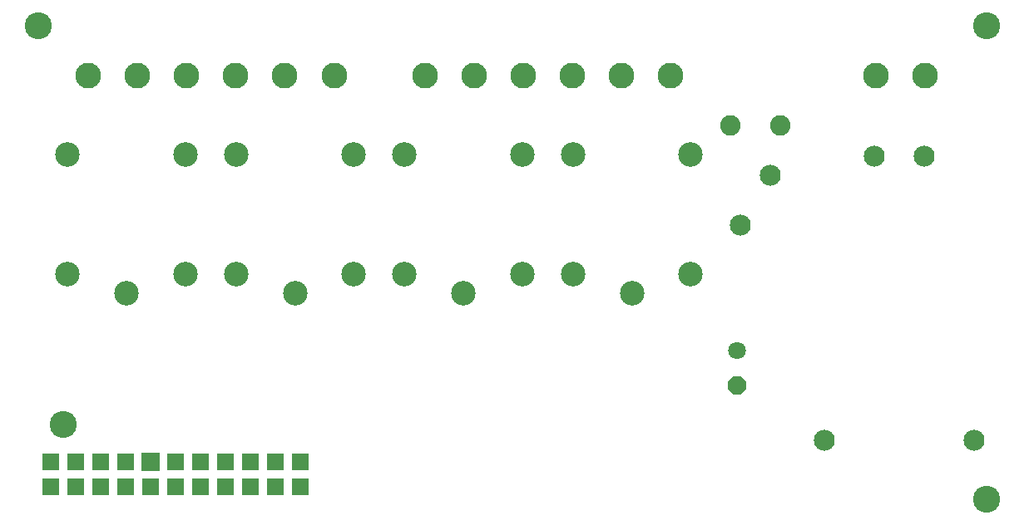
<source format=gbs>
G04 EAGLE Gerber RS-274X export*
G75*
%MOMM*%
%FSLAX34Y34*%
%LPD*%
%INbottom_mask*%
%IPPOS*%
%AMOC8*
5,1,8,0,0,1.08239X$1,22.5*%
G01*
%ADD10C,2.743200*%
%ADD11R,1.727200X1.727200*%
%ADD12R,1.879600X1.879600*%
%ADD13C,2.133600*%
%ADD14C,2.503200*%
%ADD15C,2.082800*%
%ADD16P,1.951982X8X292.500000*%
%ADD17C,1.803400*%
%ADD18C,2.616200*%


D10*
X50800Y101600D03*
X25400Y508000D03*
X990600Y508000D03*
X990600Y25400D03*
D11*
X38100Y38100D03*
X38100Y63500D03*
X63500Y38100D03*
X63500Y63500D03*
X88900Y38100D03*
X88900Y63500D03*
X114300Y38100D03*
X114300Y63500D03*
X139700Y38100D03*
D12*
X139700Y63500D03*
D11*
X165100Y38100D03*
X165100Y63500D03*
X190500Y38100D03*
X190500Y63500D03*
X215900Y38100D03*
X215900Y63500D03*
X241300Y38100D03*
X241300Y63500D03*
X266700Y38100D03*
X266700Y63500D03*
X292100Y38100D03*
X292100Y63500D03*
D13*
X927100Y374650D03*
X876300Y374650D03*
X977900Y85450D03*
X825500Y85450D03*
D14*
X175570Y376960D03*
X55570Y254960D03*
X115570Y234960D03*
X55570Y376960D03*
X175570Y254960D03*
X347020Y376960D03*
X227020Y254960D03*
X287020Y234960D03*
X227020Y376960D03*
X347020Y254960D03*
X518470Y376960D03*
X398470Y254960D03*
X458470Y234960D03*
X398470Y376960D03*
X518470Y254960D03*
X689920Y376960D03*
X569920Y254960D03*
X629920Y234960D03*
X569920Y376960D03*
X689920Y254960D03*
D13*
X770890Y355600D03*
X740410Y304800D03*
D15*
X781050Y406400D03*
X730250Y406400D03*
D16*
X736600Y140970D03*
D17*
X736600Y176530D03*
D18*
X928000Y457200D03*
X878000Y457200D03*
X176800Y457200D03*
X126800Y457200D03*
X76800Y457200D03*
X326800Y457200D03*
X276800Y457200D03*
X226800Y457200D03*
X519400Y457200D03*
X469400Y457200D03*
X419400Y457200D03*
X669400Y457200D03*
X619400Y457200D03*
X569400Y457200D03*
M02*

</source>
